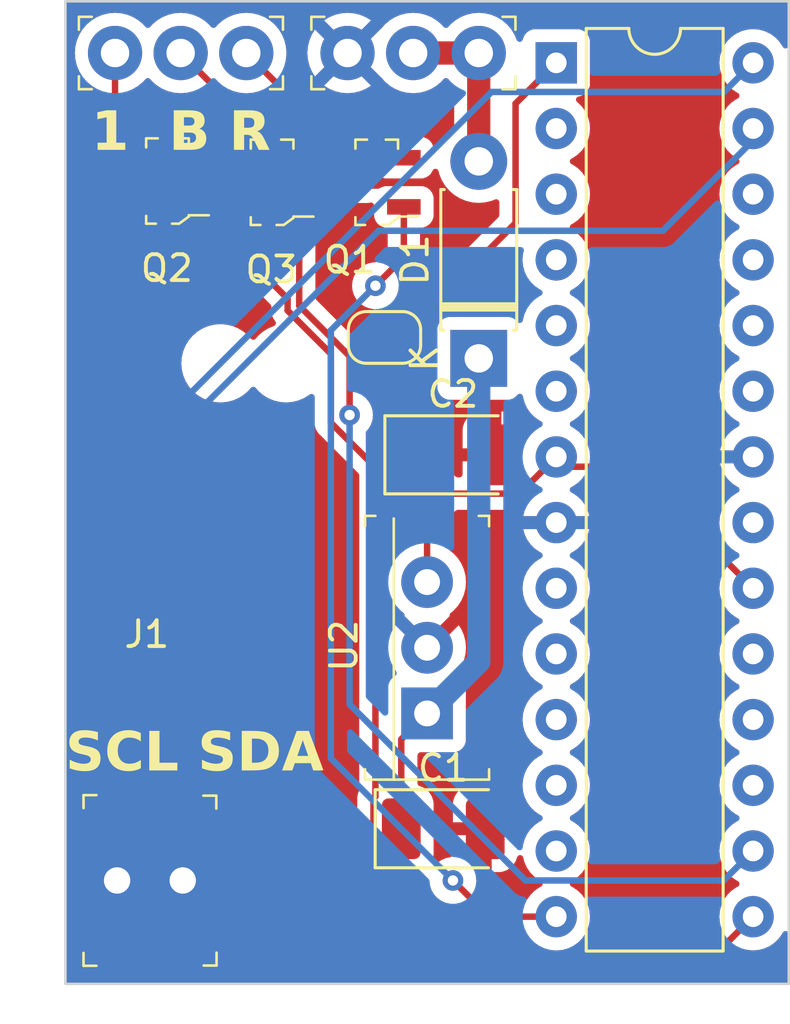
<source format=kicad_pcb>
(kicad_pcb (version 20221018) (generator pcbnew)
  (layers (0 "F.Cu" signal) (31 "B.Cu" signal) (34 "B.Paste" user) (35 "F.Paste" user) (36 "B.SilkS" user "B.Silkscreen") (37 "F.SilkS" user "F.Silkscreen") (38 "B.Mask" user) (39 "F.Mask" user) (44 "Edge.Cuts" user))
  (net 0 "")
  (net 1 "vin")
  (net 2 "Net-(D1-A)")
  (net 3 "Net-(U1-PC5)")
  (net 4 "Net-(U1-PC4)")
  (net 5 "g")
  (net 6 "b")
  (net 7 "r")
  (net 8 "GND")
  (net 9 "Net-(JP1-B)")
  (net 10 "Net-(Q1-G)")
  (net 11 "Net-(Q2-G)")
  (net 12 "Net-(Q3-G)")
  (net 18 "Net-(U1-AVCC)")
  (footprint "digikey-footprints:TO-220-3" (layer "F.Cu") (at 27 39.54 90)
    (fp_text reference "U2" (at 2.62 -3.22 90) (layer "F.SilkS"))
    (fp_text value "L7805CV")
    (fp_line (start -2.56 -2.4) (end -2.56 -2) (stroke (width 0.1)) (layer "F.SilkS"))
    (fp_line (start -2.56 -2.4) (end -2.16 -2.4) (stroke (width 0.1)) (layer "F.SilkS"))
    (fp_line (start -2.56 -1.29) (end 7.54 -1.29) (stroke (width 0.1)) (layer "F.SilkS"))
    (fp_line (start -2.56 2.4) (end -2.56 -2) (stroke (width 0.1)) (layer "F.SilkS"))
    (fp_line (start -2.56 2.4) (end -2.16 2.4) (stroke (width 0.1)) (layer "F.SilkS"))
    (fp_line (start 7.24 -2.4) (end 7.64 -2.4) (stroke (width 0.1)) (layer "F.SilkS"))
    (fp_line (start 7.64 -2.4) (end 7.64 -2) (stroke (width 0.1)) (layer "F.SilkS"))
    (fp_line (start 7.64 2.4) (end 7.24 2.4) (stroke (width 0.1)) (layer "F.SilkS"))
    (fp_line (start 7.64 2.4) (end 7.64 2) (stroke (width 0.1)) (layer "F.SilkS"))
    (pad "1" thru_hole rect (at 0 0 90) (size 2 2) (drill 1) (layers "*.Cu" "*.Mask") (net 1 "vin"))
    (pad "2" thru_hole circle (at 2.54 0 90) (size 2 2) (drill 1) (layers "*.Cu" "*.Mask") (net 8 "GND"))
    (pad "3" thru_hole circle (at 5.08 0 90) (size 2 2) (drill 1) (layers "*.Cu" "*.Mask") (net 18 "Net-(U1-AVCC)"))
  )
  (footprint "digikey-footprints:SOT-23-3" (layer "F.Cu") (at 16.95 18.95 180)
    (fp_text reference "Q2" (at 0.025 -3.375) (layer "F.SilkS"))
    (fp_text value "IRLML6344TRPBF")
    (fp_line (start -0.825 -1.375) (end -0.825 -1.325) (stroke (width 0.1)) (layer "F.SilkS"))
    (fp_line (start -0.825 -1.325) (end -1.6 -1.325) (stroke (width 0.1)) (layer "F.SilkS"))
    (fp_line (start -0.825 1.65) (end -0.825 1.3) (stroke (width 0.1)) (layer "F.SilkS"))
    (fp_line (start -0.45 -1.65) (end -0.825 -1.375) (stroke (width 0.1)) (layer "F.SilkS"))
    (fp_line (start -0.35 1.65) (end -0.825 1.65) (stroke (width 0.1)) (layer "F.SilkS"))
    (fp_line (start -0.175 -1.65) (end -0.45 -1.65) (stroke (width 0.1)) (layer "F.SilkS"))
    (fp_line (start 0.45 -1.65) (end 0.825 -1.65) (stroke (width 0.1)) (layer "F.SilkS"))
    (fp_line (start 0.825 -1.65) (end 0.825 -1.35) (stroke (width 0.1)) (layer "F.SilkS"))
    (fp_line (start 0.825 1.35) (end 0.825 1.65) (stroke (width 0.1)) (layer "F.SilkS"))
    (fp_line (start 0.825 1.425) (end 0.825 1.3) (stroke (width 0.1)) (layer "F.SilkS"))
    (fp_line (start 0.825 1.65) (end 0.375 1.65) (stroke (width 0.1)) (layer "F.SilkS"))
    (pad "1" smd rect (at -1.05 -0.95 180) (size 1.3 0.6) (layers "F.Cu" "F.Paste" "F.Mask") (net 11 "Net-(Q2-G)"))
    (pad "2" smd rect (at -1.05 0.95 180) (size 1.3 0.6) (layers "F.Cu" "F.Paste" "F.Mask") (net 5 "g"))
    (pad "3" smd rect (at 1.05 0 180) (size 1.3 0.6) (layers "F.Cu" "F.Paste" "F.Mask") (net 8 "GND"))
  )
  (footprint "Capacitor_Tantalum_SMD:CP_EIA-3528-21_Kemet-B_Pad1.50x2.35mm_HandSolder" (layer "F.Cu") (at 27.625 44)
    (fp_text reference "C1" (at 0 -2.35) (layer "F.SilkS"))
    (fp_text value "C")
    (fp_line (start -2.635 -1.51) (end -2.635 1.51) (stroke (width 0.12)) (layer "F.SilkS"))
    (fp_line (start -2.635 1.51) (end 1.75 1.51) (stroke (width 0.12)) (layer "F.SilkS"))
    (fp_line (start 1.75 -1.51) (end -2.635 -1.51) (stroke (width 0.12)) (layer "F.SilkS"))
    (pad "1" smd roundrect (at -1.625 0) (size 1.5 2.35) (layers "F.Cu" "F.Paste" "F.Mask") (roundrect_rratio 0.166667) (net 1 "vin"))
    (pad "2" smd roundrect (at 1.625 0) (size 1.5 2.35) (layers "F.Cu" "F.Paste" "F.Mask") (roundrect_rratio 0.166667) (net 8 "GND"))
  )
  (footprint "digikey-footprints:PinHeader_1x2_P2.54mm_Drill1.02mm" (layer "F.Cu") (at 15 46)
    (fp_text reference "J1" (at 1.15 -9.52 180) (layer "F.SilkS"))
    (fp_text value "640456-2")
    (fp_line (start -1.3 -3.3) (end -1.3 -2.8) (stroke (width 0.1)) (layer "F.SilkS"))
    (fp_line (start -1.3 -3.3) (end -0.8 -3.3) (stroke (width 0.1)) (layer "F.SilkS"))
    (fp_line (start -1.3 3.3) (end -1.3 2.8) (stroke (width 0.1)) (layer "F.SilkS"))
    (fp_line (start -1.3 3.3) (end -0.8 3.3) (stroke (width 0.1)) (layer "F.SilkS"))
    (fp_line (start 3.84 -3.28) (end 3.34 -3.28) (stroke (width 0.1)) (layer "F.SilkS"))
    (fp_line (start 3.84 -3.28) (end 3.84 -2.78) (stroke (width 0.1)) (layer "F.SilkS"))
    (fp_line (start 3.85 3.29) (end 3.35 3.29) (stroke (width 0.1)) (layer "F.SilkS"))
    (fp_line (start 3.85 3.29) (end 3.85 2.79) (stroke (width 0.1)) (layer "F.SilkS"))
    (pad "1" thru_hole circle (at 0 0) (size 2.02 2.02) (drill 1.02) (layers "*.Cu" "*.Mask") (net 3 "Net-(U1-PC5)"))
    (pad "2" thru_hole circle (at 2.54 0) (size 2.02 2.02) (drill 1.02) (layers "*.Cu" "*.Mask") (net 4 "Net-(U1-PC4)"))
  )
  (footprint "Capacitor_Tantalum_SMD:CP_EIA-3528-21_Kemet-B_Pad1.50x2.35mm_HandSolder" (layer "F.Cu") (at 28 29.54)
    (fp_text reference "C2" (at 0 -2.35) (layer "F.SilkS"))
    (fp_text value "C")
    (fp_line (start -2.635 -1.51) (end -2.635 1.51) (stroke (width 0.12)) (layer "F.SilkS"))
    (fp_line (start -2.635 1.51) (end 1.75 1.51) (stroke (width 0.12)) (layer "F.SilkS"))
    (fp_line (start 1.75 -1.51) (end -2.635 -1.51) (stroke (width 0.12)) (layer "F.SilkS"))
    (pad "1" smd roundrect (at -1.625 0) (size 1.5 2.35) (layers "F.Cu" "F.Paste" "F.Mask") (roundrect_rratio 0.166667) (net 18 "Net-(U1-AVCC)"))
    (pad "2" smd roundrect (at 1.625 0) (size 1.5 2.35) (layers "F.Cu" "F.Paste" "F.Mask") (roundrect_rratio 0.166667) (net 8 "GND"))
  )
  (footprint "Diode_THT:D_DO-41_SOD81_P7.62mm_Horizontal" (layer "F.Cu") (at 29 25.81 90)
    (fp_text reference "D1" (at 3.81 -2.47 90) (layer "F.SilkS"))
    (fp_text value "1N4002")
    (fp_text user "K" (at 0 -2.1 90) (layer "F.SilkS"))
    (fp_line (start 1.09 -1.47) (end 6.53 -1.47) (stroke (width 0.12)) (layer "F.SilkS"))
    (fp_line (start 1.09 -1.34) (end 1.09 -1.47) (stroke (width 0.12)) (layer "F.SilkS"))
    (fp_line (start 1.09 1.34) (end 1.09 1.47) (stroke (width 0.12)) (layer "F.SilkS"))
    (fp_line (start 1.09 1.47) (end 6.53 1.47) (stroke (width 0.12)) (layer "F.SilkS"))
    (fp_line (start 1.87 -1.47) (end 1.87 1.47) (stroke (width 0.12)) (layer "F.SilkS"))
    (fp_line (start 1.99 -1.47) (end 1.99 1.47) (stroke (width 0.12)) (layer "F.SilkS"))
    (fp_line (start 2.11 -1.47) (end 2.11 1.47) (stroke (width 0.12)) (layer "F.SilkS"))
    (fp_line (start 6.53 -1.47) (end 6.53 -1.34) (stroke (width 0.12)) (layer "F.SilkS"))
    (fp_line (start 6.53 1.47) (end 6.53 1.34) (stroke (width 0.12)) (layer "F.SilkS"))
    (pad "1" thru_hole rect (at 0 0 90) (size 2.2 2.2) (drill 1.1) (layers "*.Cu" "*.Mask") (net 1 "vin"))
    (pad "2" thru_hole oval (at 7.62 0 90) (size 2.2 2.2) (drill 1.1) (layers "*.Cu" "*.Mask") (net 2 "Net-(D1-A)"))
  )
  (footprint "digikey-footprints:SOT-23-3" (layer "F.Cu") (at 25.05 19 180)
    (fp_text reference "Q1" (at 1.05 -3) (layer "F.SilkS"))
    (fp_text value "IRLML6344TRPBF")
    (fp_line (start -0.825 -1.375) (end -0.825 -1.325) (stroke (width 0.1)) (layer "F.SilkS"))
    (fp_line (start -0.825 -1.325) (end -1.6 -1.325) (stroke (width 0.1)) (layer "F.SilkS"))
    (fp_line (start -0.825 1.65) (end -0.825 1.3) (stroke (width 0.1)) (layer "F.SilkS"))
    (fp_line (start -0.45 -1.65) (end -0.825 -1.375) (stroke (width 0.1)) (layer "F.SilkS"))
    (fp_line (start -0.35 1.65) (end -0.825 1.65) (stroke (width 0.1)) (layer "F.SilkS"))
    (fp_line (start -0.175 -1.65) (end -0.45 -1.65) (stroke (width 0.1)) (layer "F.SilkS"))
    (fp_line (start 0.45 -1.65) (end 0.825 -1.65) (stroke (width 0.1)) (layer "F.SilkS"))
    (fp_line (start 0.825 -1.65) (end 0.825 -1.35) (stroke (width 0.1)) (layer "F.SilkS"))
    (fp_line (start 0.825 1.35) (end 0.825 1.65) (stroke (width 0.1)) (layer "F.SilkS"))
    (fp_line (start 0.825 1.425) (end 0.825 1.3) (stroke (width 0.1)) (layer "F.SilkS"))
    (fp_line (start 0.825 1.65) (end 0.375 1.65) (stroke (width 0.1)) (layer "F.SilkS"))
    (pad "1" smd rect (at -1.05 -0.95 180) (size 1.3 0.6) (layers "F.Cu" "F.Paste" "F.Mask") (net 10 "Net-(Q1-G)"))
    (pad "2" smd rect (at -1.05 0.95 180) (size 1.3 0.6) (layers "F.Cu" "F.Paste" "F.Mask") (net 7 "r"))
    (pad "3" smd rect (at 1.05 0 180) (size 1.3 0.6) (layers "F.Cu" "F.Paste" "F.Mask") (net 8 "GND"))
  )
  (footprint "digikey-footprints:PinHeader_1x3_P2.54_Drill1.1mm" (layer "F.Cu") (at 23.92 14)
    (fp_text reference "J3" hide)
    (fp_text value "640456-3")
    (fp_line (start -1.4 -1.4) (end -1.4 -0.9) (stroke (width 0.1)) (layer "F.SilkS"))
    (fp_line (start -1.4 -1.4) (end -0.9 -1.4) (stroke (width 0.1)) (layer "F.SilkS"))
    (fp_line (start -1.4 1.4) (end -1.4 0.9) (stroke (width 0.1)) (layer "F.SilkS"))
    (fp_line (start -1.4 1.4) (end -0.9 1.4) (stroke (width 0.1)) (layer "F.SilkS"))
    (fp_line (start 6.5 -1.4) (end 6 -1.4) (stroke (width 0.1)) (layer "F.SilkS"))
    (fp_line (start 6.5 -1.4) (end 6.5 -0.9) (stroke (width 0.1)) (layer "F.SilkS"))
    (fp_line (start 6.5 1.4) (end 6 1.4) (stroke (width 0.1)) (layer "F.SilkS"))
    (fp_line (start 6.5 1.4) (end 6.5 0.9) (stroke (width 0.1)) (layer "F.SilkS"))
    (pad "1" thru_hole circle (at 0 0) (size 2.1 2.1) (drill 1.1) (layers "*.Cu" "*.Mask") (net 8 "GND"))
    (pad "2" thru_hole circle (at 2.54 0) (size 2.1 2.1) (drill 1.1) (layers "*.Cu" "*.Mask") (net 2 "Net-(D1-A)"))
    (pad "3" thru_hole circle (at 5.08 0) (size 2.1 2.1) (drill 1.1) (layers "*.Cu" "*.Mask") (net 2 "Net-(D1-A)"))
  )
  (footprint "Jumper:SolderJumper-2_P1.3mm_Open_RoundedPad1.0x1.5mm" (layer "F.Cu") (at 25.35 25)
    (fp_text reference "JP1" hide)
    (fp_text value "SolderJumper_2_Open")
    (fp_line (start -1.4 0.3) (end -1.4 -0.3) (stroke (width 0.12)) (layer "F.SilkS"))
    (fp_line (start -0.7 -1) (end 0.7 -1) (stroke (width 0.12)) (layer "F.SilkS"))
    (fp_line (start 0.7 1) (end -0.7 1) (stroke (width 0.12)) (layer "F.SilkS"))
    (fp_line (start 1.4 -0.3) (end 1.4 0.3) (stroke (width 0.12)) (layer "F.SilkS"))
    (fp_arc (start -1.4 -0.3) (mid -1.194975 -0.794975) (end -0.7 -1) (stroke (width 0.12)) (layer "F.SilkS"))
    (fp_arc (start -0.7 1) (mid -1.194975 0.794975) (end -1.4 0.3) (stroke (width 0.12)) (layer "F.SilkS"))
    (fp_arc (start 0.7 -1) (mid 1.194975 -0.794975) (end 1.4 -0.3) (stroke (width 0.12)) (layer "F.SilkS"))
    (fp_arc (start 1.4 0.3) (mid 1.194975 0.794975) (end 0.7 1) (stroke (width 0.12)) (layer "F.SilkS"))
    (pad "1" smd custom (at -0.65 0) (size 1 0.5) (layers "F.Cu" "F.Mask") (net 8 "GND") (options (clearance outline) (anchor rect)) (primitives (gr_circle (center 0 0.25) (end 0.5 0.25) (width 0) (fill yes)) (gr_circle (center 0 -0.25) (end 0.5 -0.25) (width 0) (fill yes)) (gr_poly (pts (xy 0.5 0.75) (xy 0 0.75) (xy 0 -0.75) (xy 0.5 -0.75)) (width 0) (fill yes))))
    (pad "2" smd custom (at 0.65 0) (size 1 0.5) (layers "F.Cu" "F.Mask") (net 9 "Net-(JP1-B)") (options (clearance outline) (anchor rect)) (primitives (gr_circle (center 0 0.25) (end 0.5 0.25) (width 0) (fill yes)) (gr_circle (center 0 -0.25) (end 0.5 -0.25) (width 0) (fill yes)) (gr_poly (pts (xy 0 0.75) (xy -0.5 0.75) (xy -0.5 -0.75) (xy 0 -0.75)) (width 0) (fill yes))))
  )
  (footprint "digikey-footprints:PinHeader_1x3_P2.54_Drill1.1mm" (layer "F.Cu") (at 14.92 14)
    (fp_text reference "J2" hide)
    (fp_text value "640456-3")
    (fp_line (start -1.4 -1.4) (end -1.4 -0.9) (stroke (width 0.1)) (layer "F.SilkS"))
    (fp_line (start -1.4 -1.4) (end -0.9 -1.4) (stroke (width 0.1)) (layer "F.SilkS"))
    (fp_line (start -1.4 1.4) (end -1.4 0.9) (stroke (width 0.1)) (layer "F.SilkS"))
    (fp_line (start -1.4 1.4) (end -0.9 1.4) (stroke (width 0.1)) (layer "F.SilkS"))
    (fp_line (start 6.5 -1.4) (end 6 -1.4) (stroke (width 0.1)) (layer "F.SilkS"))
    (fp_line (start 6.5 -1.4) (end 6.5 -0.9) (stroke (width 0.1)) (layer "F.SilkS"))
    (fp_line (start 6.5 1.4) (end 6 1.4) (stroke (width 0.1)) (layer "F.SilkS"))
    (fp_line (start 6.5 1.4) (end 6.5 0.9) (stroke (width 0.1)) (layer "F.SilkS"))
    (pad "1" thru_hole circle (at 0 0) (size 2.1 2.1) (drill 1.1) (layers "*.Cu" "*.Mask") (net 5 "g"))
    (pad "2" thru_hole circle (at 2.54 0) (size 2.1 2.1) (drill 1.1) (layers "*.Cu" "*.Mask") (net 6 "b"))
    (pad "3" thru_hole circle (at 5.08 0) (size 2.1 2.1) (drill 1.1) (layers "*.Cu" "*.Mask") (net 7 "r"))
  )
  (footprint "Package_DIP:DIP-28_W7.62mm" (layer "F.Cu") (at 32 14.38)
    (fp_text reference "U1" hide)
    (fp_text value "ATmega328P-P" hide)
    (fp_line (start 1.16 -1.33) (end 1.16 34.35) (stroke (width 0.12)) (layer "F.SilkS"))
    (fp_line (start 1.16 34.35) (end 6.46 34.35) (stroke (width 0.12)) (layer "F.SilkS"))
    (fp_line (start 2.81 -1.33) (end 1.16 -1.33) (stroke (width 0.12)) (layer "F.SilkS"))
    (fp_line (start 6.46 -1.33) (end 4.81 -1.33) (stroke (width 0.12)) (layer "F.SilkS"))
    (fp_line (start 6.46 34.35) (end 6.46 -1.33) (stroke (width 0.12)) (layer "F.SilkS"))
    (fp_arc (start 4.81 -1.33) (mid 3.81 -0.33) (end 2.81 -1.33) (stroke (width 0.12)) (layer "F.SilkS"))
    (pad "1" thru_hole rect (at 0 0) (size 1.6 1.6) (drill 0.8) (layers "*.Cu" "*.Mask") (net 9 "Net-(JP1-B)"))
    (pad "2" thru_hole oval (at 0 2.54) (size 1.6 1.6) (drill 0.8) (layers "*.Cu" "*.Mask"))
    (pad "3" thru_hole oval (at 0 5.08) (size 1.6 1.6) (drill 0.8) (layers "*.Cu" "*.Mask"))
    (pad "4" thru_hole oval (at 0 7.62) (size 1.6 1.6) (drill 0.8) (layers "*.Cu" "*.Mask"))
    (pad "5" thru_hole oval (at 0 10.16) (size 1.6 1.6) (drill 0.8) (layers "*.Cu" "*.Mask"))
    (pad "6" thru_hole oval (at 0 12.7) (size 1.6 1.6) (drill 0.8) (layers "*.Cu" "*.Mask"))
    (pad "7" thru_hole oval (at 0 15.24) (size 1.6 1.6) (drill 0.8) (layers "*.Cu" "*.Mask") (net 18 "Net-(U1-AVCC)"))
    (pad "8" thru_hole oval (at 0 17.78) (size 1.6 1.6) (drill 0.8) (layers "*.Cu" "*.Mask") (net 8 "GND"))
    (pad "9" thru_hole oval (at 0 20.32) (size 1.6 1.6) (drill 0.8) (layers "*.Cu" "*.Mask"))
    (pad "10" thru_hole oval (at 0 22.86) (size 1.6 1.6) (drill 0.8) (layers "*.Cu" "*.Mask"))
    (pad "11" thru_hole oval (at 0 25.4) (size 1.6 1.6) (drill 0.8) (layers "*.Cu" "*.Mask"))
    (pad "12" thru_hole oval (at 0 27.94) (size 1.6 1.6) (drill 0.8) (layers "*.Cu" "*.Mask"))
    (pad "13" thru_hole oval (at 0 30.48) (size 1.6 1.6) (drill 0.8) (layers "*.Cu" "*.Mask"))
    (pad "14" thru_hole oval (at 0 33.02) (size 1.6 1.6) (drill 0.8) (layers "*.Cu" "*.Mask") (net 10 "Net-(Q1-G)"))
    (pad "15" thru_hole oval (at 7.62 33.02) (size 1.6 1.6) (drill 0.8) (layers "*.Cu" "*.Mask") (net 11 "Net-(Q2-G)"))
    (pad "16" thru_hole oval (at 7.62 30.48) (size 1.6 1.6) (drill 0.8) (layers "*.Cu" "*.Mask") (net 12 "Net-(Q3-G)"))
    (pad "17" thru_hole oval (at 7.62 27.94) (size 1.6 1.6) (drill 0.8) (layers "*.Cu" "*.Mask"))
    (pad "18" thru_hole oval (at 7.62 25.4) (size 1.6 1.6) (drill 0.8) (layers "*.Cu" "*.Mask"))
    (pad "19" thru_hole oval (at 7.62 22.86) (size 1.6 1.6) (drill 0.8) (layers "*.Cu" "*.Mask"))
    (pad "20" thru_hole oval (at 7.62 20.32) (size 1.6 1.6) (drill 0.8) (layers "*.Cu" "*.Mask") (net 18 "Net-(U1-AVCC)"))
    (pad "21" thru_hole oval (at 7.62 17.78) (size 1.6 1.6) (drill 0.8) (layers "*.Cu" "*.Mask"))
    (pad "22" thru_hole oval (at 7.62 15.24) (size 1.6 1.6) (drill 0.8) (layers "*.Cu" "*.Mask") (net 8 "GND"))
    (pad "23" thru_hole oval (at 7.62 12.7) (size 1.6 1.6) (drill 0.8) (layers "*.Cu" "*.Mask"))
    (pad "24" thru_hole oval (at 7.62 10.16) (size 1.6 1.6) (drill 0.8) (layers "*.Cu" "*.Mask"))
    (pad "25" thru_hole oval (at 7.62 7.62) (size 1.6 1.6) (drill 0.8) (layers "*.Cu" "*.Mask"))
    (pad "26" thru_hole oval (at 7.62 5.08) (size 1.6 1.6) (drill 0.8) (layers "*.Cu" "*.Mask"))
    (pad "27" thru_hole oval (at 7.62 2.54) (size 1.6 1.6) (drill 0.8) (layers "*.Cu" "*.Mask") (net 4 "Net-(U1-PC4)"))
    (pad "28" thru_hole oval (at 7.62 0) (size 1.6 1.6) (drill 0.8) (layers "*.Cu" "*.Mask") (net 3 "Net-(U1-PC5)"))
  )
  (footprint "digikey-footprints:SOT-23-3" (layer "F.Cu") (at 21 19 180)
    (fp_text reference "Q3" (at 0.025 -3.375) (layer "F.SilkS"))
    (fp_text value "IRLML6344TRPBF")
    (fp_line (start -0.825 -1.375) (end -0.825 -1.325) (stroke (width 0.1)) (layer "F.SilkS"))
    (fp_line (start -0.825 -1.325) (end -1.6 -1.325) (stroke (width 0.1)) (layer "F.SilkS"))
    (fp_line (start -0.825 1.65) (end -0.825 1.3) (stroke (width 0.1)) (layer "F.SilkS"))
    (fp_line (start -0.45 -1.65) (end -0.825 -1.375) (stroke (width 0.1)) (layer "F.SilkS"))
    (fp_line (start -0.35 1.65) (end -0.825 1.65) (stroke (width 0.1)) (layer "F.SilkS"))
    (fp_line (start -0.175 -1.65) (end -0.45 -1.65) (stroke (width 0.1)) (layer "F.SilkS"))
    (fp_line (start 0.45 -1.65) (end 0.825 -1.65) (stroke (width 0.1)) (layer "F.SilkS"))
    (fp_line (start 0.825 -1.65) (end 0.825 -1.35) (stroke (width 0.1)) (layer "F.SilkS"))
    (fp_line (start 0.825 1.35) (end 0.825 1.65) (stroke (width 0.1)) (layer "F.SilkS"))
    (fp_line (start 0.825 1.425) (end 0.825 1.3) (stroke (width 0.1)) (layer "F.SilkS"))
    (fp_line (start 0.825 1.65) (end 0.375 1.65) (stroke (width 0.1)) (layer "F.SilkS"))
    (pad "1" smd rect (at -1.05 -0.95 180) (size 1.3 0.6) (layers "F.Cu" "F.Paste" "F.Mask") (net 12 "Net-(Q3-G)"))
    (pad "2" smd rect (at -1.05 0.95 180) (size 1.3 0.6) (layers "F.Cu" "F.Paste" "F.Mask") (net 6 "b"))
    (pad "3" smd rect (at 1.05 0 180) (size 1.3 0.6) (layers "F.Cu" "F.Paste" "F.Mask") (net 8 "GND"))
  )
  (gr_line (start 41 12) (end 41 50) (stroke (width 0.1)) (layer "Edge.Cuts"))
  (gr_line (start 41 50) (end 13 50) (stroke (width 0.1)) (layer "Edge.Cuts"))
  (gr_line (start 13 12) (end 41 12) (stroke (width 0.1)) (layer "Edge.Cuts"))
  (gr_line (start 13 50) (end 13 12) (stroke (width 0.1)) (layer "Edge.Cuts"))
  (gr_text "SCL SDA" (at 13 42) (layer "F.SilkS") (effects (font (size 1.5 1.5) (thickness 0.3) bold) (justify left bottom)))
  (gr_text "1" (at 14 18) (layer "F.SilkS") (effects (font (size 1.5 1.5) (thickness 0.3) bold) (justify left bottom)))
  (gr_text "B R" (at 17 18) (layer "F.SilkS") (effects (font (size 1.5 1.5) (thickness 0.3) bold) (justify left bottom)))
  (segment (start 26 40.54) (end 27 39.54) (width 0.25) (layer "F.Cu") (net 1))
  (segment (start 26 44) (end 26 40.54) (width 0.25) (layer "F.Cu") (net 1))
  (segment (start 29 25.81) (end 29 37.54) (width 0.9) (layer "B.Cu") (net 1))
  (segment (start 29 37.54) (end 27 39.54) (width 0.9) (layer "B.Cu") (net 1))
  (segment (start 26.46 14) (end 29 14) (width 0.9) (layer "F.Cu") (net 2))
  (segment (start 29 14) (end 29 18.19) (width 0.9) (layer "F.Cu") (net 2))
  (segment (start 15 46) (end 15 30) (width 0.25) (layer "B.Cu") (net 3))
  (segment (start 38.495 15.505) (end 39.62 14.38) (width 0.25) (layer "B.Cu") (net 3))
  (segment (start 15 30) (end 29.495 15.505) (width 0.25) (layer "B.Cu") (net 3))
  (segment (start 29.495 15.505) (end 38.495 15.505) (width 0.25) (layer "B.Cu") (net 3))
  (segment (start 17.54 28.46) (end 25.125 20.875) (width 0.25) (layer "B.Cu") (net 4))
  (segment (start 36.125 20.875) (end 39.62 17.38) (width 0.25) (layer "B.Cu") (net 4))
  (segment (start 39.62 17.38) (end 39.62 16.92) (width 0.25) (layer "B.Cu") (net 4))
  (segment (start 25.125 20.875) (end 36.125 20.875) (width 0.25) (layer "B.Cu") (net 4))
  (segment (start 17.54 46) (end 17.54 28.46) (width 0.25) (layer "B.Cu") (net 4))
  (segment (start 18 18) (end 17 18) (width 0.25) (layer "F.Cu") (net 5))
  (segment (start 14.92 15.92) (end 14.92 14) (width 0.25) (layer "F.Cu") (net 5))
  (segment (start 17 18) (end 14.92 15.92) (width 0.25) (layer "F.Cu") (net 5))
  (segment (start 21.51 18.05) (end 17.46 14) (width 0.25) (layer "F.Cu") (net 6))
  (segment (start 22.05 18.05) (end 21.51 18.05) (width 0.25) (layer "F.Cu") (net 6))
  (segment (start 26.1 18.05) (end 24.05 18.05) (width 0.25) (layer "F.Cu") (net 7))
  (segment (start 24.05 18.05) (end 20 14) (width 0.25) (layer "F.Cu") (net 7))
  (segment (start 34.84 32.16) (end 32 32.16) (width 0.25) (layer "B.Cu") (net 8))
  (segment (start 37.38 29.62) (end 34.84 32.16) (width 0.25) (layer "B.Cu") (net 8))
  (segment (start 39.62 29.62) (end 37.38 29.62) (width 0.25) (layer "B.Cu") (net 8))
  (segment (start 32 14.38) (end 30.425 15.955) (width 0.25) (layer "F.Cu") (net 9))
  (segment (start 30.425 15.955) (end 30.425 20.575) (width 0.25) (layer "F.Cu") (net 9))
  (segment (start 30.425 20.575) (end 26 25) (width 0.25) (layer "F.Cu") (net 9))
  (segment (start 25 23) (end 26.1 21.9) (width 0.25) (layer "F.Cu") (net 10))
  (segment (start 26.1 21.9) (end 26.1 19.95) (width 0.25) (layer "F.Cu") (net 10))
  (segment (start 29 47) (end 28 46) (width 0.25) (layer "F.Cu") (net 10))
  (segment (start 32 47.4) (end 29.4 47.4) (width 0.25) (layer "F.Cu") (net 10))
  (segment (start 29.4 47.4) (end 29 47) (width 0.25) (layer "F.Cu") (net 10))
  (via (at 25 23) (size 0.8) (drill 0.4) (layers "F.Cu" "B.Cu") (net 10))
  (via (at 28 46) (size 0.8) (drill 0.4) (layers "F.Cu" "B.Cu") (net 10))
  (segment (start 23.275 41.275) (end 23.275 24.725) (width 0.25) (layer "B.Cu") (net 10))
  (segment (start 24 24) (end 25 23) (width 0.25) (layer "B.Cu") (net 10))
  (segment (start 28 46) (end 23.275 41.275) (width 0.25) (layer "B.Cu") (net 10))
  (segment (start 23.275 24.725) (end 24 24) (width 0.25) (layer "B.Cu") (net 10))
  (segment (start 21.6 23.5) (end 21.6 23.958576) (width 0.25) (layer "F.Cu") (net 11))
  (segment (start 24.925 45.1701) (end 28.7549 49) (width 0.25) (layer "F.Cu") (net 11))
  (segment (start 23.275 28.300305) (end 25 30.025305) (width 0.25) (layer "F.Cu") (net 11))
  (segment (start 25 30.025305) (end 25 42.7549) (width 0.25) (layer "F.Cu") (net 11))
  (segment (start 25 42.7549) (end 24.925 42.8299) (width 0.25) (layer "F.Cu") (net 11))
  (segment (start 18 19.9) (end 21.6 23.5) (width 0.25) (layer "F.Cu") (net 11))
  (segment (start 38.02 49) (end 39.62 47.4) (width 0.25) (layer "F.Cu") (net 11))
  (segment (start 21.6 23.958576) (end 23.275 25.633576) (width 0.25) (layer "F.Cu") (net 11))
  (segment (start 24.925 42.8299) (end 24.925 45.1701) (width 0.25) (layer "F.Cu") (net 11))
  (segment (start 23.275 25.633576) (end 23.275 28.300305) (width 0.25) (layer "F.Cu") (net 11))
  (segment (start 28.7549 49) (end 38.02 49) (width 0.25) (layer "F.Cu") (net 11))
  (segment (start 22.05 19.95) (end 22.05 23.77218) (width 0.25) (layer "F.Cu") (net 12))
  (segment (start 22.05 23.77218) (end 24 25.72218) (width 0.25) (layer "F.Cu") (net 12))
  (segment (start 24 27) (end 24 28) (width 0.25) (layer "F.Cu") (net 12))
  (segment (start 24 25.72218) (end 24 27) (width 0.25) (layer "F.Cu") (net 12))
  (via (at 24 28) (size 0.8) (drill 0.4) (layers "F.Cu" "B.Cu") (net 12))
  (segment (start 24 28) (end 24 39.19) (width 0.25) (layer "B.Cu") (net 12))
  (segment (start 38.48 46) (end 39.62 44.86) (width 0.25) (layer "B.Cu") (net 12))
  (segment (start 30.81 46) (end 38.48 46) (width 0.25) (layer "B.Cu") (net 12))
  (segment (start 24 39.19) (end 30.81 46) (width 0.25) (layer "B.Cu") (net 12))
  (segment (start 39.62 34.7) (end 34.92 30) (width 0.25) (layer "F.Cu") (net 18))
  (segment (start 34.92 30) (end 32.38 30) (width 0.25) (layer "F.Cu") (net 18))
  (segment (start 30.58 31.04) (end 27.875 31.04) (width 0.25) (layer "F.Cu") (net 18))
  (segment (start 32.38 30) (end 32 29.62) (width 0.25) (layer "F.Cu") (net 18))
  (segment (start 27 31.915) (end 27.875 31.04) (width 0.25) (layer "F.Cu") (net 18))
  (segment (start 27 34.46) (end 27 31.915) (width 0.25) (layer "F.Cu") (net 18))
  (segment (start 32 29.62) (end 30.58 31.04) (width 0.25) (layer "F.Cu") (net 18))
  (segment (start 27.875 31.04) (end 26.375 29.54) (width 0.25) (layer "F.Cu") (net 18))
  (zone (net 8) (net_name "GND") (layer "F.Cu") (connect_pads (clearance 0.5)) (min_thickness 0.25) (fill yes (thermal_gap 0.5) (thermal_bridge_width 0.5))
    (polygon (pts (xy 13 12) (xy 41 12) (xy 41 50) (xy 13 50)))
  )
  (zone (net 8) (net_name "GND") (layer "B.Cu") (priority 1) (connect_pads (clearance 0.5)) (min_thickness 0.25) (fill yes (thermal_gap 0.5) (thermal_bridge_width 0.5))
    (polygon (pts (xy 41 12) (xy 13 12) (xy 13 50) (xy 41 50)))
  )
)
</source>
